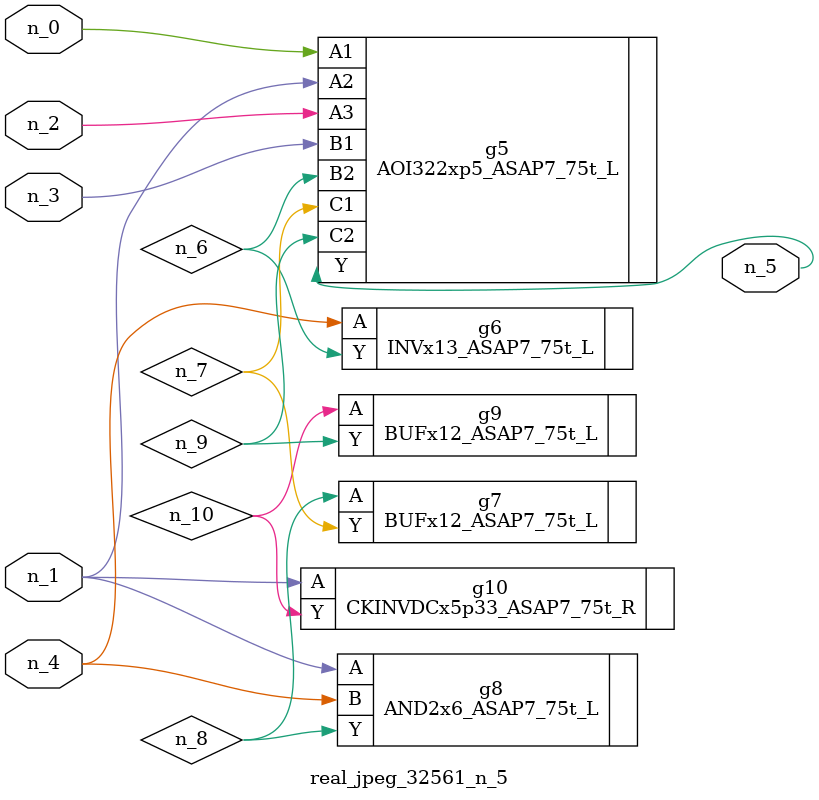
<source format=v>
module real_jpeg_32561_n_5 (n_4, n_0, n_1, n_2, n_3, n_5);

input n_4;
input n_0;
input n_1;
input n_2;
input n_3;

output n_5;

wire n_8;
wire n_6;
wire n_7;
wire n_10;
wire n_9;

AOI322xp5_ASAP7_75t_L g5 ( 
.A1(n_0),
.A2(n_1),
.A3(n_2),
.B1(n_3),
.B2(n_6),
.C1(n_7),
.C2(n_9),
.Y(n_5)
);

AND2x6_ASAP7_75t_L g8 ( 
.A(n_1),
.B(n_4),
.Y(n_8)
);

CKINVDCx5p33_ASAP7_75t_R g10 ( 
.A(n_1),
.Y(n_10)
);

INVx13_ASAP7_75t_L g6 ( 
.A(n_4),
.Y(n_6)
);

BUFx12_ASAP7_75t_L g7 ( 
.A(n_8),
.Y(n_7)
);

BUFx12_ASAP7_75t_L g9 ( 
.A(n_10),
.Y(n_9)
);


endmodule
</source>
